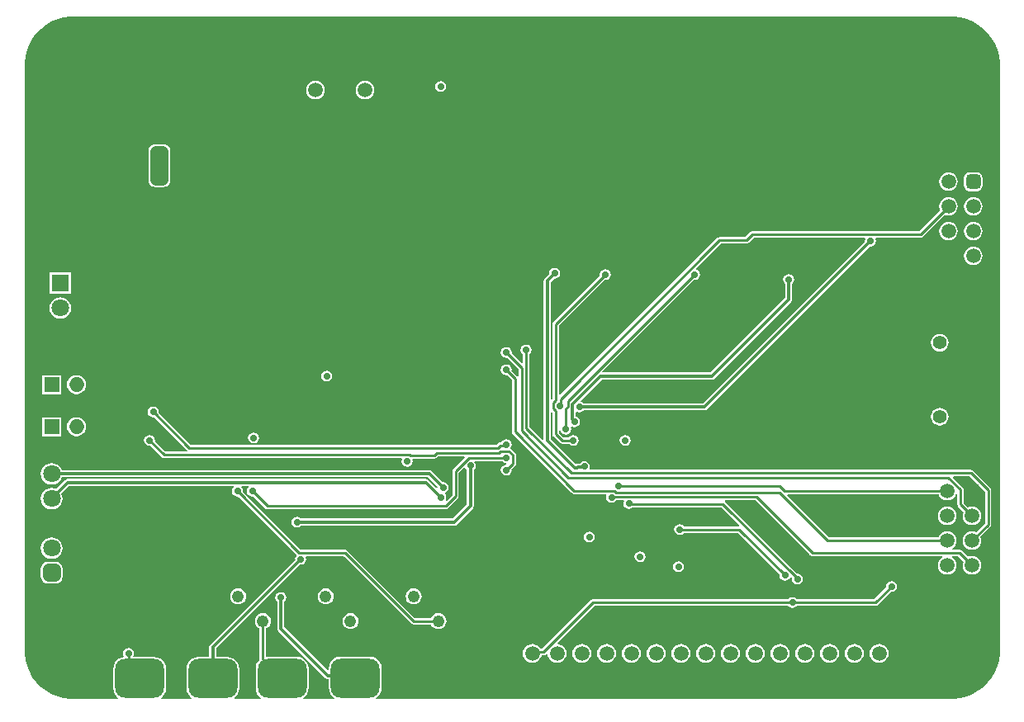
<source format=gbl>
G04*
G04 #@! TF.GenerationSoftware,Altium Limited,Altium Designer,24.1.2 (44)*
G04*
G04 Layer_Physical_Order=4*
G04 Layer_Color=16711680*
%FSLAX44Y44*%
%MOMM*%
G71*
G04*
G04 #@! TF.SameCoordinates,6BD88CD4-1E97-4B61-92EF-30D8DD190105*
G04*
G04*
G04 #@! TF.FilePolarity,Positive*
G04*
G01*
G75*
%ADD17C,0.2540*%
%ADD83C,0.3000*%
%ADD85C,1.5000*%
G04:AMPARAMS|DCode=86|XSize=1.5mm|YSize=1.5mm|CornerRadius=0.375mm|HoleSize=0mm|Usage=FLASHONLY|Rotation=270.000|XOffset=0mm|YOffset=0mm|HoleType=Round|Shape=RoundedRectangle|*
%AMROUNDEDRECTD86*
21,1,1.5000,0.7500,0,0,270.0*
21,1,0.7500,1.5000,0,0,270.0*
1,1,0.7500,-0.3750,-0.3750*
1,1,0.7500,-0.3750,0.3750*
1,1,0.7500,0.3750,0.3750*
1,1,0.7500,0.3750,-0.3750*
%
%ADD86ROUNDEDRECTD86*%
%ADD87R,1.2220X1.2220*%
%ADD88C,1.2220*%
%ADD89R,1.5400X1.5240*%
%ADD90O,1.5400X1.5240*%
%ADD91C,1.8000*%
%ADD92R,1.8000X1.8000*%
%ADD93C,1.4080*%
%ADD94C,7.0000*%
G04:AMPARAMS|DCode=95|XSize=4mm|YSize=1.8mm|CornerRadius=0.45mm|HoleSize=0mm|Usage=FLASHONLY|Rotation=90.000|XOffset=0mm|YOffset=0mm|HoleType=Round|Shape=RoundedRectangle|*
%AMROUNDEDRECTD95*
21,1,4.0000,0.9000,0,0,90.0*
21,1,3.1000,1.8000,0,0,90.0*
1,1,0.9000,0.4500,1.5500*
1,1,0.9000,0.4500,-1.5500*
1,1,0.9000,-0.4500,-1.5500*
1,1,0.9000,-0.4500,1.5500*
%
%ADD95ROUNDEDRECTD95*%
G04:AMPARAMS|DCode=96|XSize=4mm|YSize=1.8mm|CornerRadius=0.45mm|HoleSize=0mm|Usage=FLASHONLY|Rotation=180.000|XOffset=0mm|YOffset=0mm|HoleType=Round|Shape=RoundedRectangle|*
%AMROUNDEDRECTD96*
21,1,4.0000,0.9000,0,0,180.0*
21,1,3.1000,1.8000,0,0,180.0*
1,1,0.9000,-1.5500,0.4500*
1,1,0.9000,1.5500,0.4500*
1,1,0.9000,1.5500,-0.4500*
1,1,0.9000,-1.5500,-0.4500*
%
%ADD96ROUNDEDRECTD96*%
G04:AMPARAMS|DCode=97|XSize=1.8mm|YSize=1.8mm|CornerRadius=0.45mm|HoleSize=0mm|Usage=FLASHONLY|Rotation=180.000|XOffset=0mm|YOffset=0mm|HoleType=Round|Shape=RoundedRectangle|*
%AMROUNDEDRECTD97*
21,1,1.8000,0.9000,0,0,180.0*
21,1,0.9000,1.8000,0,0,180.0*
1,1,0.9000,-0.4500,0.4500*
1,1,0.9000,0.4500,0.4500*
1,1,0.9000,0.4500,-0.4500*
1,1,0.9000,-0.4500,-0.4500*
%
%ADD97ROUNDEDRECTD97*%
%ADD98C,1.5200*%
G04:AMPARAMS|DCode=99|XSize=1.52mm|YSize=1.52mm|CornerRadius=0.38mm|HoleSize=0mm|Usage=FLASHONLY|Rotation=0.000|XOffset=0mm|YOffset=0mm|HoleType=Round|Shape=RoundedRectangle|*
%AMROUNDEDRECTD99*
21,1,1.5200,0.7600,0,0,0.0*
21,1,0.7600,1.5200,0,0,0.0*
1,1,0.7600,0.3800,-0.3800*
1,1,0.7600,-0.3800,-0.3800*
1,1,0.7600,-0.3800,0.3800*
1,1,0.7600,0.3800,0.3800*
%
%ADD99ROUNDEDRECTD99*%
%ADD100C,0.7000*%
G04:AMPARAMS|DCode=101|XSize=5mm|YSize=4mm|CornerRadius=1mm|HoleSize=0mm|Usage=FLASHONLY|Rotation=0.000|XOffset=0mm|YOffset=0mm|HoleType=Round|Shape=RoundedRectangle|*
%AMROUNDEDRECTD101*
21,1,5.0000,2.0000,0,0,0.0*
21,1,3.0000,4.0000,0,0,0.0*
1,1,2.0000,1.5000,-1.0000*
1,1,2.0000,-1.5000,-1.0000*
1,1,2.0000,-1.5000,1.0000*
1,1,2.0000,1.5000,1.0000*
%
%ADD101ROUNDEDRECTD101*%
G36*
X950000Y700000D02*
X953277D01*
X959775Y699144D01*
X966106Y697448D01*
X972162Y694940D01*
X977838Y691663D01*
X983038Y687673D01*
X987673Y683038D01*
X991663Y677838D01*
X994940Y672162D01*
X997448Y666106D01*
X999144Y659775D01*
X1000000Y653277D01*
Y650000D01*
X1000000Y650000D01*
X1000000Y650000D01*
X1000000Y50000D01*
Y46723D01*
X999145Y40224D01*
X997448Y33893D01*
X994940Y27838D01*
X991663Y22162D01*
X987673Y16962D01*
X983038Y12327D01*
X977838Y8337D01*
X972162Y5060D01*
X966106Y2552D01*
X959775Y856D01*
X953277Y0D01*
X950000Y0D01*
X360610Y0D01*
X360423Y1270D01*
X362719Y3031D01*
X364642Y5538D01*
X365851Y8457D01*
X366264Y11590D01*
Y31590D01*
X365851Y34723D01*
X364642Y37642D01*
X362719Y40149D01*
X360212Y42072D01*
X357293Y43281D01*
X354160Y43693D01*
X324160D01*
X321027Y43281D01*
X318108Y42072D01*
X315602Y40149D01*
X313678Y37642D01*
X312469Y34723D01*
X312056Y31590D01*
Y29930D01*
X310883Y29444D01*
X266459Y73868D01*
Y99910D01*
X266855Y100175D01*
X268071Y101994D01*
X268498Y104140D01*
X268071Y106286D01*
X266855Y108105D01*
X265036Y109321D01*
X262890Y109748D01*
X260744Y109321D01*
X258925Y108105D01*
X257709Y106286D01*
X257282Y104140D01*
X257709Y101994D01*
X258925Y100175D01*
X259321Y99910D01*
Y72390D01*
X259593Y71024D01*
X260367Y69867D01*
X308894Y21339D01*
X310052Y20566D01*
X311417Y20294D01*
X312056D01*
Y11590D01*
X312469Y8457D01*
X313678Y5538D01*
X315602Y3031D01*
X317897Y1270D01*
X317710Y0D01*
X285610D01*
X285423Y1270D01*
X287719Y3031D01*
X289642Y5538D01*
X290851Y8457D01*
X291264Y11590D01*
Y31590D01*
X290851Y34723D01*
X289642Y37642D01*
X287719Y40149D01*
X285212Y42072D01*
X282293Y43281D01*
X279160Y43693D01*
X249160D01*
X248689Y43632D01*
X247734Y44469D01*
Y72603D01*
X248490Y72916D01*
X250184Y74216D01*
X251484Y75910D01*
X252301Y77883D01*
X252580Y80000D01*
X252301Y82117D01*
X251484Y84090D01*
X250184Y85784D01*
X248490Y87084D01*
X246517Y87901D01*
X244400Y88180D01*
X242283Y87901D01*
X240310Y87084D01*
X238616Y85784D01*
X237316Y84090D01*
X236499Y82117D01*
X236220Y80000D01*
X236499Y77883D01*
X237316Y75910D01*
X238616Y74216D01*
X240310Y72916D01*
X241066Y72603D01*
Y41075D01*
X241164Y40580D01*
X240602Y40149D01*
X238678Y37642D01*
X237469Y34723D01*
X237056Y31590D01*
Y11590D01*
X237469Y8457D01*
X238678Y5538D01*
X240602Y3031D01*
X242897Y1270D01*
X242710Y0D01*
X215552D01*
X215121Y1270D01*
X216668Y2457D01*
X218592Y4964D01*
X219801Y7883D01*
X220214Y11016D01*
Y31016D01*
X219801Y34149D01*
X218592Y37068D01*
X216668Y39574D01*
X214162Y41498D01*
X211243Y42707D01*
X208110Y43120D01*
X196679D01*
Y51932D01*
X282742Y137995D01*
X283210Y137902D01*
X285356Y138329D01*
X287175Y139545D01*
X288391Y141364D01*
X288818Y143510D01*
X288391Y145656D01*
X288277Y145826D01*
X288876Y146946D01*
X327129D01*
X396432Y77642D01*
X397514Y76920D01*
X398790Y76666D01*
X417053D01*
X417366Y75910D01*
X418666Y74216D01*
X420360Y72916D01*
X422333Y72099D01*
X424450Y71820D01*
X426567Y72099D01*
X428540Y72916D01*
X430234Y74216D01*
X431534Y75910D01*
X432351Y77883D01*
X432630Y80000D01*
X432351Y82117D01*
X431534Y84090D01*
X430234Y85784D01*
X428540Y87084D01*
X426567Y87901D01*
X424450Y88180D01*
X422333Y87901D01*
X420360Y87084D01*
X418666Y85784D01*
X417366Y84090D01*
X417053Y83334D01*
X400171D01*
X330868Y152638D01*
X329786Y153360D01*
X328510Y153614D01*
X282948D01*
X223947Y212615D01*
X224095Y213360D01*
X223668Y215506D01*
X222453Y217325D01*
X222324Y217411D01*
X222709Y218681D01*
X229458D01*
X229844Y217411D01*
X229715Y217325D01*
X228499Y215506D01*
X228072Y213360D01*
X228499Y211214D01*
X229715Y209395D01*
X231534Y208179D01*
X233680Y207752D01*
X234425Y207900D01*
X246562Y195763D01*
X247644Y195040D01*
X248920Y194786D01*
X431800D01*
X433076Y195040D01*
X434157Y195763D01*
X444318Y205922D01*
X445040Y207004D01*
X445294Y208280D01*
Y232373D01*
X450764Y237843D01*
X451979Y237474D01*
X452019Y237274D01*
X453235Y235455D01*
X453631Y235190D01*
Y199598D01*
X439212Y185179D01*
X283630D01*
X283365Y185575D01*
X281546Y186791D01*
X279400Y187218D01*
X277254Y186791D01*
X275435Y185575D01*
X274219Y183756D01*
X273792Y181610D01*
X274219Y179464D01*
X275435Y177645D01*
X277254Y176429D01*
X279400Y176002D01*
X281546Y176429D01*
X283365Y177645D01*
X283630Y178041D01*
X440690D01*
X442056Y178313D01*
X443213Y179087D01*
X459723Y195597D01*
X460497Y196754D01*
X460769Y198120D01*
Y235190D01*
X461165Y235455D01*
X462381Y237274D01*
X462808Y239420D01*
X462381Y241566D01*
X461392Y243046D01*
X461884Y244316D01*
X489643D01*
X490065Y243685D01*
X491884Y242469D01*
X493797Y242089D01*
X494256Y241366D01*
X494436Y240828D01*
X494205Y240523D01*
X494030Y240558D01*
X491884Y240131D01*
X490065Y238915D01*
X488849Y237096D01*
X488422Y234950D01*
X488849Y232804D01*
X490065Y230985D01*
X491884Y229769D01*
X494030Y229342D01*
X496176Y229769D01*
X497995Y230985D01*
X499211Y232804D01*
X499638Y234950D01*
X499490Y235695D01*
X503158Y239363D01*
X503880Y240444D01*
X504134Y241720D01*
Y250454D01*
X503880Y251730D01*
X503158Y252812D01*
X499192Y256777D01*
X498158Y257468D01*
X499211Y259044D01*
X499638Y261190D01*
X499211Y263336D01*
X497995Y265155D01*
X496176Y266371D01*
X494030Y266798D01*
X491884Y266371D01*
X490065Y265155D01*
X489073Y263671D01*
X487977D01*
X486701Y263417D01*
X485619Y262694D01*
X484069Y261144D01*
X235336D01*
X235210Y262414D01*
X235876Y262546D01*
X237096Y262789D01*
X238915Y264005D01*
X240131Y265824D01*
X240558Y267970D01*
X240131Y270116D01*
X238915Y271935D01*
X237096Y273151D01*
X234950Y273578D01*
X232804Y273151D01*
X230985Y271935D01*
X229769Y270116D01*
X229342Y267970D01*
X229769Y265824D01*
X230985Y264005D01*
X232804Y262789D01*
X234024Y262546D01*
X234690Y262414D01*
X234564Y261144D01*
X170291D01*
X137540Y293895D01*
X137688Y294640D01*
X137261Y296786D01*
X136045Y298605D01*
X134226Y299821D01*
X132080Y300248D01*
X129934Y299821D01*
X128115Y298605D01*
X126899Y296786D01*
X126472Y294640D01*
X126899Y292494D01*
X128115Y290675D01*
X129934Y289459D01*
X132080Y289032D01*
X132825Y289180D01*
X166553Y255452D01*
X166909Y255214D01*
X166524Y253944D01*
X144471D01*
X133730Y264685D01*
X133878Y265430D01*
X133451Y267576D01*
X132235Y269395D01*
X130416Y270611D01*
X128270Y271038D01*
X126124Y270611D01*
X124305Y269395D01*
X123089Y267576D01*
X122662Y265430D01*
X123089Y263284D01*
X124305Y261465D01*
X126124Y260249D01*
X128270Y259822D01*
X129015Y259970D01*
X140732Y248253D01*
X141814Y247530D01*
X143090Y247276D01*
X386764D01*
X387363Y246156D01*
X387249Y245986D01*
X386822Y243840D01*
X387249Y241694D01*
X388465Y239875D01*
X390284Y238659D01*
X392430Y238232D01*
X394576Y238659D01*
X396395Y239875D01*
X397611Y241694D01*
X398038Y243840D01*
X397690Y245586D01*
X398441Y246856D01*
X420370D01*
X421646Y247110D01*
X422728Y247833D01*
X423866Y248971D01*
X450802D01*
X451288Y247798D01*
X439603Y236112D01*
X438880Y235030D01*
X438626Y233754D01*
Y209661D01*
X432621Y203657D01*
X431635Y204466D01*
X431901Y204864D01*
X432328Y207010D01*
X431901Y209156D01*
X430936Y210601D01*
X431309Y211970D01*
X431406Y211989D01*
X433225Y213205D01*
X434441Y215024D01*
X434868Y217170D01*
X434441Y219316D01*
X433225Y221135D01*
X431406Y222351D01*
X429260Y222778D01*
X428792Y222685D01*
X417813Y233663D01*
X416656Y234437D01*
X415290Y234709D01*
X38368D01*
X37548Y236688D01*
X35785Y238985D01*
X33488Y240749D01*
X30812Y241857D01*
X27940Y242235D01*
X25068Y241857D01*
X22392Y240749D01*
X20095Y238985D01*
X18332Y236688D01*
X17223Y234012D01*
X16845Y231140D01*
X17223Y228268D01*
X18332Y225592D01*
X20095Y223295D01*
X22392Y221532D01*
X25068Y220423D01*
X27940Y220045D01*
X30812Y220423D01*
X33487Y221532D01*
X35785Y223295D01*
X37548Y225592D01*
X38368Y227571D01*
X413812D01*
X423379Y218004D01*
X423293Y217280D01*
X421959Y216818D01*
X414003Y224773D01*
X412846Y225547D01*
X411480Y225819D01*
X44450D01*
X43084Y225547D01*
X41927Y224773D01*
X32791Y215637D01*
X30812Y216457D01*
X27940Y216835D01*
X25068Y216457D01*
X22392Y215348D01*
X20095Y213585D01*
X18332Y211287D01*
X17223Y208612D01*
X16845Y205740D01*
X17223Y202868D01*
X18332Y200193D01*
X20095Y197895D01*
X22392Y196131D01*
X25068Y195023D01*
X27940Y194645D01*
X30812Y195023D01*
X33487Y196131D01*
X35785Y197895D01*
X37548Y200193D01*
X38657Y202868D01*
X39035Y205740D01*
X38657Y208612D01*
X37837Y210590D01*
X45928Y218681D01*
X214266D01*
X214651Y217411D01*
X214522Y217325D01*
X213307Y215506D01*
X212880Y213360D01*
X213307Y211214D01*
X214522Y209395D01*
X216341Y208179D01*
X218487Y207752D01*
X219232Y207900D01*
X278576Y148556D01*
X279116Y147683D01*
X278735Y146712D01*
X278029Y145656D01*
X277602Y143510D01*
X277695Y143042D01*
X190587Y55933D01*
X189813Y54776D01*
X189541Y53410D01*
Y43120D01*
X178110D01*
X174977Y42707D01*
X172058Y41498D01*
X169552Y39574D01*
X167628Y37068D01*
X166419Y34149D01*
X166006Y31016D01*
Y11016D01*
X166419Y7883D01*
X167628Y4964D01*
X169552Y2457D01*
X171099Y1270D01*
X170668Y0D01*
X140552D01*
X140121Y1270D01*
X141669Y2457D01*
X143592Y4964D01*
X144801Y7883D01*
X145214Y11016D01*
Y31016D01*
X144801Y34149D01*
X143592Y37068D01*
X141669Y39574D01*
X139162Y41498D01*
X136243Y42707D01*
X133110Y43120D01*
X112056D01*
X111457Y44240D01*
X111861Y44844D01*
X112288Y46990D01*
X111861Y49136D01*
X110645Y50955D01*
X108826Y52171D01*
X106680Y52598D01*
X104534Y52171D01*
X102715Y50955D01*
X101499Y49136D01*
X101072Y46990D01*
X101499Y44844D01*
X102020Y44064D01*
X101496Y42907D01*
X99977Y42707D01*
X97058Y41498D01*
X94551Y39574D01*
X92628Y37068D01*
X91419Y34149D01*
X91006Y31016D01*
Y11016D01*
X91419Y7883D01*
X92628Y4964D01*
X94551Y2457D01*
X96099Y1270D01*
X95668Y0D01*
X50000D01*
X46723D01*
X40224Y856D01*
X33893Y2552D01*
X27838Y5060D01*
X22162Y8337D01*
X16962Y12327D01*
X12327Y16962D01*
X8337Y22162D01*
X5060Y27838D01*
X2552Y33893D01*
X856Y40224D01*
X0Y46723D01*
X0Y50000D01*
X0Y650000D01*
Y653277D01*
X856Y659775D01*
X2552Y666106D01*
X5060Y672162D01*
X8337Y677838D01*
X12327Y683038D01*
X16962Y687673D01*
X22162Y691663D01*
X27838Y694940D01*
X33893Y697448D01*
X40224Y699144D01*
X46723Y700000D01*
X50000Y700000D01*
X50000Y700000D01*
X950000Y700000D01*
D02*
G37*
%LPC*%
G36*
X426720Y634258D02*
X424574Y633831D01*
X422755Y632615D01*
X421539Y630796D01*
X421112Y628650D01*
X421539Y626504D01*
X422755Y624685D01*
X424574Y623469D01*
X426720Y623042D01*
X428866Y623469D01*
X430685Y624685D01*
X431901Y626504D01*
X432328Y628650D01*
X431901Y630796D01*
X430685Y632615D01*
X428866Y633831D01*
X426720Y634258D01*
D02*
G37*
G36*
X349250Y634422D02*
X346770Y634095D01*
X344459Y633138D01*
X342475Y631615D01*
X340952Y629631D01*
X339995Y627320D01*
X339668Y624840D01*
X339995Y622360D01*
X340952Y620049D01*
X342475Y618064D01*
X344459Y616542D01*
X346770Y615584D01*
X349250Y615258D01*
X351730Y615584D01*
X354041Y616542D01*
X356025Y618064D01*
X357548Y620049D01*
X358506Y622360D01*
X358832Y624840D01*
X358506Y627320D01*
X357548Y629631D01*
X356025Y631615D01*
X354041Y633138D01*
X351730Y634095D01*
X349250Y634422D01*
D02*
G37*
G36*
X298450D02*
X295970Y634095D01*
X293659Y633138D01*
X291675Y631615D01*
X290152Y629631D01*
X289195Y627320D01*
X288868Y624840D01*
X289195Y622360D01*
X290152Y620049D01*
X291675Y618064D01*
X293659Y616542D01*
X295970Y615584D01*
X298450Y615258D01*
X300930Y615584D01*
X303241Y616542D01*
X305226Y618064D01*
X306748Y620049D01*
X307705Y622360D01*
X308032Y624840D01*
X307705Y627320D01*
X306748Y629631D01*
X305226Y631615D01*
X303241Y633138D01*
X300930Y634095D01*
X298450Y634422D01*
D02*
G37*
G36*
X142750Y569426D02*
X133750D01*
X132053Y569203D01*
X130472Y568548D01*
X129114Y567506D01*
X128072Y566148D01*
X127417Y564567D01*
X127194Y562870D01*
Y531870D01*
X127417Y530173D01*
X128072Y528592D01*
X129114Y527234D01*
X130472Y526192D01*
X132053Y525537D01*
X133750Y525314D01*
X142750D01*
X144447Y525537D01*
X146028Y526192D01*
X147386Y527234D01*
X148428Y528592D01*
X149083Y530173D01*
X149306Y531870D01*
Y562870D01*
X149083Y564567D01*
X148428Y566148D01*
X147386Y567506D01*
X146028Y568548D01*
X144447Y569203D01*
X142750Y569426D01*
D02*
G37*
G36*
X947420Y540442D02*
X944940Y540116D01*
X942629Y539158D01*
X940645Y537635D01*
X939122Y535651D01*
X938165Y533340D01*
X937838Y530860D01*
X938165Y528380D01*
X939122Y526069D01*
X940645Y524085D01*
X942629Y522562D01*
X944940Y521604D01*
X947420Y521278D01*
X949900Y521604D01*
X952211Y522562D01*
X954195Y524085D01*
X955718Y526069D01*
X956675Y528380D01*
X957002Y530860D01*
X956675Y533340D01*
X955718Y535651D01*
X954195Y537635D01*
X952211Y539158D01*
X949900Y540116D01*
X947420Y540442D01*
D02*
G37*
G36*
X976570Y540473D02*
X969070D01*
X966826Y540026D01*
X964924Y538755D01*
X963654Y536853D01*
X963207Y534610D01*
Y527110D01*
X963654Y524866D01*
X964924Y522965D01*
X966826Y521694D01*
X969070Y521247D01*
X976570D01*
X978813Y521694D01*
X980715Y522965D01*
X981986Y524866D01*
X982433Y527110D01*
Y534610D01*
X981986Y536853D01*
X980715Y538755D01*
X978813Y540026D01*
X976570Y540473D01*
D02*
G37*
G36*
X972820Y515042D02*
X970340Y514715D01*
X968029Y513758D01*
X966044Y512235D01*
X964522Y510251D01*
X963565Y507940D01*
X963238Y505460D01*
X963565Y502980D01*
X964522Y500669D01*
X966044Y498685D01*
X968029Y497162D01*
X970340Y496204D01*
X972820Y495878D01*
X975300Y496204D01*
X977611Y497162D01*
X979595Y498685D01*
X981118Y500669D01*
X982076Y502980D01*
X982402Y505460D01*
X982076Y507940D01*
X981118Y510251D01*
X979595Y512235D01*
X977611Y513758D01*
X975300Y514715D01*
X972820Y515042D01*
D02*
G37*
G36*
X947420D02*
X944940Y514715D01*
X942629Y513758D01*
X940645Y512235D01*
X939122Y510251D01*
X938165Y507940D01*
X937838Y505460D01*
X938165Y502980D01*
X938768Y501523D01*
X917249Y480004D01*
X746244D01*
X744968Y479750D01*
X743887Y479027D01*
X738938Y474079D01*
X712631D01*
X711355Y473825D01*
X710273Y473103D01*
X549337Y312167D01*
X548164Y312653D01*
Y383429D01*
X594885Y430150D01*
X595630Y430002D01*
X597776Y430429D01*
X599595Y431645D01*
X600811Y433464D01*
X601238Y435610D01*
X600811Y437756D01*
X599595Y439575D01*
X597776Y440791D01*
X595630Y441218D01*
X593484Y440791D01*
X591665Y439575D01*
X590449Y437756D01*
X590022Y435610D01*
X590170Y434865D01*
X542472Y387168D01*
X541750Y386086D01*
X541496Y384810D01*
Y308360D01*
X540684Y307715D01*
X539509Y308231D01*
Y427782D01*
X543092Y431365D01*
X543560Y431272D01*
X545706Y431699D01*
X547525Y432915D01*
X548741Y434734D01*
X549168Y436880D01*
X548741Y439026D01*
X547525Y440845D01*
X545706Y442061D01*
X543560Y442488D01*
X541414Y442061D01*
X539595Y440845D01*
X538379Y439026D01*
X537952Y436880D01*
X538045Y436412D01*
X533417Y431783D01*
X532643Y430626D01*
X532371Y429260D01*
Y266620D01*
X531101Y266094D01*
X517684Y279511D01*
Y353753D01*
X518315Y354175D01*
X519531Y355994D01*
X519958Y358140D01*
X519531Y360286D01*
X518315Y362105D01*
X516496Y363321D01*
X514350Y363748D01*
X512204Y363321D01*
X510385Y362105D01*
X509169Y360286D01*
X508742Y358140D01*
X509169Y355994D01*
X510385Y354175D01*
X511016Y353753D01*
Y344989D01*
X509843Y344502D01*
X499490Y354855D01*
X499638Y355600D01*
X499211Y357746D01*
X497995Y359565D01*
X496176Y360781D01*
X494030Y361208D01*
X491884Y360781D01*
X490065Y359565D01*
X488849Y357746D01*
X488422Y355600D01*
X488849Y353454D01*
X490065Y351635D01*
X491884Y350419D01*
X494030Y349992D01*
X494775Y350140D01*
X506476Y338439D01*
Y331780D01*
X505511Y331383D01*
X505206Y331359D01*
X499490Y337075D01*
X499638Y337820D01*
X499211Y339966D01*
X497995Y341785D01*
X496176Y343001D01*
X494030Y343428D01*
X491884Y343001D01*
X490065Y341785D01*
X488849Y339966D01*
X488422Y337820D01*
X488849Y335674D01*
X490065Y333855D01*
X491884Y332639D01*
X494030Y332212D01*
X494775Y332360D01*
X499586Y327549D01*
Y274320D01*
X499840Y273044D01*
X500563Y271963D01*
X561102Y211423D01*
X562184Y210700D01*
X563460Y210446D01*
X596314D01*
X596913Y209326D01*
X596799Y209156D01*
X596372Y207010D01*
X596799Y204864D01*
X598015Y203045D01*
X599834Y201829D01*
X601980Y201402D01*
X604126Y201829D01*
X605945Y203045D01*
X606710Y204189D01*
X614097D01*
X614696Y203069D01*
X614582Y202899D01*
X614155Y200753D01*
X614582Y198607D01*
X615798Y196788D01*
X617617Y195572D01*
X619763Y195145D01*
X621909Y195572D01*
X623728Y196788D01*
X623807Y196906D01*
X714733D01*
X733077Y178562D01*
X732941Y177975D01*
X732519Y177324D01*
X676217D01*
X675795Y177955D01*
X673976Y179171D01*
X671830Y179598D01*
X669684Y179171D01*
X667865Y177955D01*
X666649Y176136D01*
X666222Y173990D01*
X666649Y171844D01*
X667865Y170025D01*
X669684Y168809D01*
X671830Y168382D01*
X673976Y168809D01*
X675795Y170025D01*
X676217Y170656D01*
X731409D01*
X774320Y127745D01*
X774172Y127000D01*
X774599Y124854D01*
X775815Y123035D01*
X777634Y121819D01*
X779780Y121392D01*
X781926Y121819D01*
X783745Y123035D01*
X784961Y124854D01*
X785001Y125054D01*
X786216Y125423D01*
X787134Y124505D01*
X786872Y123190D01*
X787299Y121044D01*
X788515Y119225D01*
X790334Y118009D01*
X792480Y117582D01*
X794626Y118009D01*
X796445Y119225D01*
X797661Y121044D01*
X798088Y123190D01*
X797661Y125336D01*
X796445Y127155D01*
X794626Y128371D01*
X792480Y128798D01*
X792306Y128763D01*
X718472Y202598D01*
X717991Y202919D01*
X718376Y204189D01*
X749290D01*
X805977Y147502D01*
X807058Y146780D01*
X808334Y146526D01*
X940767D01*
X940840Y146395D01*
X941095Y145256D01*
X939375Y143935D01*
X937852Y141951D01*
X936895Y139640D01*
X936568Y137160D01*
X936895Y134680D01*
X937852Y132369D01*
X939375Y130385D01*
X941359Y128862D01*
X943670Y127905D01*
X946150Y127578D01*
X948630Y127905D01*
X950941Y128862D01*
X952925Y130385D01*
X954448Y132369D01*
X955406Y134680D01*
X955732Y137160D01*
X955406Y139640D01*
X954448Y141951D01*
X952925Y143935D01*
X951205Y145256D01*
X951460Y146395D01*
X951533Y146526D01*
X957469D01*
X962898Y141097D01*
X962294Y139640D01*
X961968Y137160D01*
X962294Y134680D01*
X963252Y132369D01*
X964774Y130385D01*
X966759Y128862D01*
X969070Y127905D01*
X971550Y127578D01*
X974030Y127905D01*
X976341Y128862D01*
X978325Y130385D01*
X979848Y132369D01*
X980806Y134680D01*
X981132Y137160D01*
X980806Y139640D01*
X979848Y141951D01*
X978325Y143935D01*
X976341Y145458D01*
X974030Y146416D01*
X971550Y146742D01*
X969070Y146416D01*
X967613Y145812D01*
X961208Y152218D01*
X960126Y152940D01*
X958850Y153194D01*
X951533D01*
X951460Y153325D01*
X951205Y154464D01*
X952925Y155785D01*
X954448Y157769D01*
X955406Y160080D01*
X955732Y162560D01*
X955406Y165040D01*
X954448Y167351D01*
X952925Y169335D01*
X950941Y170858D01*
X948630Y171815D01*
X946150Y172142D01*
X943670Y171815D01*
X941359Y170858D01*
X939375Y169335D01*
X937852Y167351D01*
X937248Y165894D01*
X825093D01*
X782134Y208853D01*
X782620Y210026D01*
X937248D01*
X937852Y208569D01*
X939375Y206585D01*
X941359Y205062D01*
X943670Y204104D01*
X946150Y203778D01*
X948630Y204104D01*
X950941Y205062D01*
X952925Y206585D01*
X954448Y208569D01*
X955284Y210588D01*
X956554Y210335D01*
Y199622D01*
X956808Y198346D01*
X957531Y197264D01*
X962898Y191897D01*
X962294Y190440D01*
X961968Y187960D01*
X962294Y185480D01*
X963252Y183169D01*
X964774Y181185D01*
X966759Y179662D01*
X969070Y178704D01*
X971550Y178378D01*
X974030Y178704D01*
X976341Y179662D01*
X978325Y181185D01*
X979848Y183169D01*
X980806Y185480D01*
X981132Y187960D01*
X980806Y190440D01*
X979848Y192751D01*
X978325Y194735D01*
X976341Y196258D01*
X974030Y197215D01*
X971550Y197542D01*
X969070Y197215D01*
X967613Y196612D01*
X963223Y201003D01*
Y214853D01*
X962969Y216129D01*
X962246Y217210D01*
X952058Y227398D01*
X952544Y228571D01*
X969052D01*
X984726Y212897D01*
Y180451D01*
X975487Y171212D01*
X974030Y171815D01*
X971550Y172142D01*
X969070Y171815D01*
X966759Y170858D01*
X964774Y169335D01*
X963252Y167351D01*
X962294Y165040D01*
X961968Y162560D01*
X962294Y160080D01*
X963252Y157769D01*
X964774Y155785D01*
X966759Y154262D01*
X969070Y153305D01*
X971550Y152978D01*
X974030Y153305D01*
X976341Y154262D01*
X978325Y155785D01*
X979848Y157769D01*
X980806Y160080D01*
X981132Y162560D01*
X980806Y165040D01*
X980202Y166497D01*
X990417Y176712D01*
X991140Y177794D01*
X991394Y179070D01*
Y214278D01*
X991140Y215554D01*
X990417Y216635D01*
X972790Y234263D01*
X971708Y234986D01*
X970433Y235239D01*
X579706D01*
X579107Y236359D01*
X579221Y236529D01*
X579648Y238675D01*
X579221Y240821D01*
X578005Y242640D01*
X576186Y243856D01*
X574040Y244283D01*
X571894Y243856D01*
X570075Y242640D01*
X569298Y241479D01*
X567300D01*
X565934Y241207D01*
X565712Y241059D01*
X565358D01*
X539509Y266908D01*
Y293749D01*
X540684Y294265D01*
X541496Y293620D01*
Y271780D01*
X541750Y270504D01*
X542472Y269422D01*
X548822Y263072D01*
X549904Y262350D01*
X551180Y262096D01*
X558223D01*
X558645Y261465D01*
X560464Y260249D01*
X562610Y259822D01*
X564756Y260249D01*
X566575Y261465D01*
X567791Y263284D01*
X568218Y265430D01*
X567791Y267576D01*
X566575Y269395D01*
X564756Y270611D01*
X562610Y271038D01*
X560464Y270611D01*
X558645Y269395D01*
X558223Y268764D01*
X552561D01*
X548164Y273161D01*
Y275969D01*
X548245Y276066D01*
X549092Y275982D01*
X549607Y275728D01*
X549809Y274714D01*
X551025Y272895D01*
X552844Y271679D01*
X554990Y271252D01*
X557136Y271679D01*
X558955Y272895D01*
X560171Y274714D01*
X560598Y276860D01*
X560214Y278787D01*
X560737Y279333D01*
X561244Y279627D01*
X561734Y279299D01*
X563880Y278872D01*
X566026Y279299D01*
X567845Y280515D01*
X569061Y282334D01*
X569488Y284480D01*
X569061Y286626D01*
X567845Y288445D01*
X566026Y289661D01*
X565529Y289760D01*
Y294051D01*
X566649Y294650D01*
X566814Y294539D01*
X568960Y294112D01*
X571106Y294539D01*
X572925Y295755D01*
X573190Y296151D01*
X697230D01*
X698596Y296423D01*
X699753Y297197D01*
X866942Y464385D01*
X867410Y464292D01*
X869556Y464719D01*
X871375Y465935D01*
X872591Y467754D01*
X873018Y469900D01*
X872591Y472046D01*
X872477Y472216D01*
X873076Y473336D01*
X918630D01*
X919906Y473590D01*
X920987Y474313D01*
X943483Y496808D01*
X944940Y496204D01*
X947420Y495878D01*
X949900Y496204D01*
X952211Y497162D01*
X954195Y498685D01*
X955718Y500669D01*
X956675Y502980D01*
X957002Y505460D01*
X956675Y507940D01*
X955718Y510251D01*
X954195Y512235D01*
X952211Y513758D01*
X949900Y514715D01*
X947420Y515042D01*
D02*
G37*
G36*
X972820Y489642D02*
X970340Y489315D01*
X968029Y488358D01*
X966044Y486835D01*
X964522Y484851D01*
X963565Y482540D01*
X963238Y480060D01*
X963565Y477580D01*
X964522Y475269D01*
X966044Y473284D01*
X968029Y471762D01*
X970340Y470804D01*
X972820Y470478D01*
X975300Y470804D01*
X977611Y471762D01*
X979595Y473284D01*
X981118Y475269D01*
X982076Y477580D01*
X982402Y480060D01*
X982076Y482540D01*
X981118Y484851D01*
X979595Y486835D01*
X977611Y488358D01*
X975300Y489315D01*
X972820Y489642D01*
D02*
G37*
G36*
X947420D02*
X944940Y489315D01*
X942629Y488358D01*
X940645Y486835D01*
X939122Y484851D01*
X938165Y482540D01*
X937838Y480060D01*
X938165Y477580D01*
X939122Y475269D01*
X940645Y473284D01*
X942629Y471762D01*
X944940Y470804D01*
X947420Y470478D01*
X949900Y470804D01*
X952211Y471762D01*
X954195Y473284D01*
X955718Y475269D01*
X956675Y477580D01*
X957002Y480060D01*
X956675Y482540D01*
X955718Y484851D01*
X954195Y486835D01*
X952211Y488358D01*
X949900Y489315D01*
X947420Y489642D01*
D02*
G37*
G36*
X972820Y464242D02*
X970340Y463915D01*
X968029Y462958D01*
X966044Y461435D01*
X964522Y459451D01*
X963565Y457140D01*
X963238Y454660D01*
X963565Y452180D01*
X964522Y449869D01*
X966044Y447884D01*
X968029Y446362D01*
X970340Y445405D01*
X972820Y445078D01*
X975300Y445405D01*
X977611Y446362D01*
X979595Y447884D01*
X981118Y449869D01*
X982076Y452180D01*
X982402Y454660D01*
X982076Y457140D01*
X981118Y459451D01*
X979595Y461435D01*
X977611Y462958D01*
X975300Y463915D01*
X972820Y464242D01*
D02*
G37*
G36*
X47830Y437720D02*
X25830D01*
Y415720D01*
X47830D01*
Y437720D01*
D02*
G37*
G36*
X36830Y412415D02*
X33958Y412037D01*
X31282Y410928D01*
X28985Y409165D01*
X27222Y406867D01*
X26113Y404192D01*
X25735Y401320D01*
X26113Y398448D01*
X27222Y395773D01*
X28985Y393475D01*
X31282Y391712D01*
X33958Y390603D01*
X36830Y390225D01*
X39702Y390603D01*
X42378Y391712D01*
X44675Y393475D01*
X46438Y395773D01*
X47547Y398448D01*
X47925Y401320D01*
X47547Y404192D01*
X46438Y406867D01*
X44675Y409165D01*
X42378Y410928D01*
X39702Y412037D01*
X36830Y412415D01*
D02*
G37*
G36*
X938530Y374778D02*
X936170Y374467D01*
X933971Y373556D01*
X932083Y372107D01*
X930634Y370219D01*
X929723Y368020D01*
X929412Y365660D01*
X929723Y363300D01*
X930634Y361101D01*
X932083Y359213D01*
X933971Y357764D01*
X936170Y356853D01*
X938530Y356542D01*
X940890Y356853D01*
X943089Y357764D01*
X944977Y359213D01*
X946426Y361101D01*
X947337Y363300D01*
X947648Y365660D01*
X947337Y368020D01*
X946426Y370219D01*
X944977Y372107D01*
X943089Y373556D01*
X940890Y374467D01*
X938530Y374778D01*
D02*
G37*
G36*
X309880Y337078D02*
X307734Y336651D01*
X305915Y335435D01*
X304699Y333616D01*
X304272Y331470D01*
X304699Y329324D01*
X305915Y327505D01*
X307734Y326289D01*
X309880Y325862D01*
X312026Y326289D01*
X313845Y327505D01*
X315061Y329324D01*
X315488Y331470D01*
X315061Y333616D01*
X313845Y335435D01*
X312026Y336651D01*
X309880Y337078D01*
D02*
G37*
G36*
X37640Y332200D02*
X18240D01*
Y312960D01*
X37640D01*
Y332200D01*
D02*
G37*
G36*
X53420Y332283D02*
X53260D01*
X50749Y331952D01*
X48408Y330983D01*
X46399Y329441D01*
X44857Y327431D01*
X43888Y325091D01*
X43557Y322580D01*
X43888Y320069D01*
X44857Y317729D01*
X46399Y315719D01*
X48408Y314177D01*
X50749Y313208D01*
X53260Y312877D01*
X53420D01*
X55931Y313208D01*
X58271Y314177D01*
X60281Y315719D01*
X61823Y317729D01*
X62792Y320069D01*
X63123Y322580D01*
X62792Y325091D01*
X61823Y327431D01*
X60281Y329441D01*
X58271Y330983D01*
X55931Y331952D01*
X53420Y332283D01*
D02*
G37*
G36*
X938530Y298778D02*
X936170Y298467D01*
X933971Y297556D01*
X932083Y296107D01*
X930634Y294219D01*
X929723Y292020D01*
X929412Y289660D01*
X929723Y287300D01*
X930634Y285101D01*
X932083Y283213D01*
X933971Y281764D01*
X936170Y280853D01*
X938530Y280542D01*
X940890Y280853D01*
X943089Y281764D01*
X944977Y283213D01*
X946426Y285101D01*
X947337Y287300D01*
X947648Y289660D01*
X947337Y292020D01*
X946426Y294219D01*
X944977Y296107D01*
X943089Y297556D01*
X940890Y298467D01*
X938530Y298778D01*
D02*
G37*
G36*
X37640Y289020D02*
X18240D01*
Y269780D01*
X37640D01*
Y289020D01*
D02*
G37*
G36*
X53420Y289103D02*
X53260D01*
X50749Y288772D01*
X48408Y287803D01*
X46399Y286261D01*
X44857Y284251D01*
X43888Y281911D01*
X43557Y279400D01*
X43888Y276889D01*
X44857Y274548D01*
X46399Y272539D01*
X48408Y270997D01*
X50749Y270028D01*
X53260Y269697D01*
X53420D01*
X55931Y270028D01*
X58271Y270997D01*
X60281Y272539D01*
X61823Y274548D01*
X62792Y276889D01*
X63123Y279400D01*
X62792Y281911D01*
X61823Y284251D01*
X60281Y286261D01*
X58271Y287803D01*
X55931Y288772D01*
X53420Y289103D01*
D02*
G37*
G36*
X615950Y271038D02*
X613804Y270611D01*
X611985Y269395D01*
X610769Y267576D01*
X610342Y265430D01*
X610769Y263284D01*
X611985Y261465D01*
X613804Y260249D01*
X615950Y259822D01*
X618096Y260249D01*
X619915Y261465D01*
X621131Y263284D01*
X621558Y265430D01*
X621131Y267576D01*
X619915Y269395D01*
X618096Y270611D01*
X615950Y271038D01*
D02*
G37*
G36*
X946150Y197542D02*
X943670Y197215D01*
X941359Y196258D01*
X939375Y194735D01*
X937852Y192751D01*
X936895Y190440D01*
X936568Y187960D01*
X936895Y185480D01*
X937852Y183169D01*
X939375Y181185D01*
X941359Y179662D01*
X943670Y178704D01*
X946150Y178378D01*
X948630Y178704D01*
X950941Y179662D01*
X952925Y181185D01*
X954448Y183169D01*
X955406Y185480D01*
X955732Y187960D01*
X955406Y190440D01*
X954448Y192751D01*
X952925Y194735D01*
X950941Y196258D01*
X948630Y197215D01*
X946150Y197542D01*
D02*
G37*
G36*
X579120Y171978D02*
X576974Y171551D01*
X575155Y170335D01*
X573939Y168516D01*
X573512Y166370D01*
X573939Y164224D01*
X575155Y162405D01*
X576974Y161189D01*
X579120Y160762D01*
X581266Y161189D01*
X583085Y162405D01*
X584301Y164224D01*
X584728Y166370D01*
X584301Y168516D01*
X583085Y170335D01*
X581266Y171551D01*
X579120Y171978D01*
D02*
G37*
G36*
X27940Y166035D02*
X25068Y165657D01*
X22392Y164548D01*
X20095Y162785D01*
X18332Y160487D01*
X17223Y157812D01*
X16845Y154940D01*
X17223Y152068D01*
X18332Y149392D01*
X20095Y147095D01*
X22392Y145331D01*
X25068Y144223D01*
X27940Y143845D01*
X30812Y144223D01*
X33487Y145331D01*
X35785Y147095D01*
X37548Y149392D01*
X38657Y152068D01*
X39035Y154940D01*
X38657Y157812D01*
X37548Y160487D01*
X35785Y162785D01*
X33488Y164548D01*
X30812Y165657D01*
X27940Y166035D01*
D02*
G37*
G36*
X631190Y151658D02*
X629044Y151231D01*
X627225Y150015D01*
X626009Y148196D01*
X625582Y146050D01*
X626009Y143904D01*
X627225Y142085D01*
X629044Y140869D01*
X631190Y140442D01*
X633336Y140869D01*
X635155Y142085D01*
X636371Y143904D01*
X636798Y146050D01*
X636371Y148196D01*
X635155Y150015D01*
X633336Y151231D01*
X631190Y151658D01*
D02*
G37*
G36*
X670560Y141498D02*
X668414Y141071D01*
X666595Y139855D01*
X665379Y138036D01*
X664952Y135890D01*
X665379Y133744D01*
X666595Y131925D01*
X668414Y130709D01*
X670560Y130282D01*
X672706Y130709D01*
X674525Y131925D01*
X675741Y133744D01*
X676168Y135890D01*
X675741Y138036D01*
X674525Y139855D01*
X672706Y141071D01*
X670560Y141498D01*
D02*
G37*
G36*
X32440Y140596D02*
X23440D01*
X21743Y140373D01*
X20162Y139718D01*
X18804Y138676D01*
X17762Y137318D01*
X17107Y135737D01*
X16884Y134040D01*
Y125040D01*
X17107Y123343D01*
X17762Y121762D01*
X18804Y120404D01*
X20162Y119362D01*
X21743Y118707D01*
X23440Y118484D01*
X32440D01*
X34137Y118707D01*
X35718Y119362D01*
X37076Y120404D01*
X38118Y121762D01*
X38773Y123343D01*
X38996Y125040D01*
Y134040D01*
X38773Y135737D01*
X38118Y137318D01*
X37076Y138676D01*
X35718Y139718D01*
X34137Y140373D01*
X32440Y140596D01*
D02*
G37*
G36*
X889000Y121178D02*
X886854Y120751D01*
X885035Y119535D01*
X883819Y117716D01*
X883392Y115570D01*
X883540Y114825D01*
X871109Y102394D01*
X791787D01*
X791365Y103025D01*
X789546Y104241D01*
X787400Y104668D01*
X785254Y104241D01*
X783435Y103025D01*
X783013Y102394D01*
X582798D01*
X581522Y102140D01*
X580440Y101418D01*
X530729Y51707D01*
X529137D01*
X529086Y51831D01*
X527547Y53837D01*
X525541Y55376D01*
X523206Y56343D01*
X520700Y56673D01*
X518194Y56343D01*
X515859Y55376D01*
X513853Y53837D01*
X512314Y51831D01*
X511347Y49496D01*
X511017Y46990D01*
X511347Y44484D01*
X512314Y42149D01*
X513853Y40143D01*
X515859Y38604D01*
X518194Y37637D01*
X520700Y37307D01*
X523206Y37637D01*
X525541Y38604D01*
X527547Y40143D01*
X529086Y42149D01*
X530053Y44484D01*
X530126Y45038D01*
X532110D01*
X533386Y45292D01*
X534468Y46015D01*
X535172Y46719D01*
X536513Y46264D01*
X536747Y44484D01*
X537714Y42149D01*
X539253Y40143D01*
X541259Y38604D01*
X543594Y37637D01*
X546100Y37307D01*
X548606Y37637D01*
X550941Y38604D01*
X552947Y40143D01*
X554486Y42149D01*
X555453Y44484D01*
X555783Y46990D01*
X555453Y49496D01*
X554486Y51831D01*
X552947Y53837D01*
X550941Y55376D01*
X548606Y56343D01*
X546826Y56577D01*
X546371Y57918D01*
X584179Y95726D01*
X783013D01*
X783435Y95095D01*
X785254Y93879D01*
X787400Y93452D01*
X789546Y93879D01*
X791365Y95095D01*
X791787Y95726D01*
X872490D01*
X873766Y95980D01*
X874847Y96702D01*
X888255Y110110D01*
X889000Y109962D01*
X891146Y110389D01*
X892965Y111605D01*
X894181Y113424D01*
X894608Y115570D01*
X894181Y117716D01*
X892965Y119535D01*
X891146Y120751D01*
X889000Y121178D01*
D02*
G37*
G36*
X399050Y113580D02*
X396933Y113301D01*
X394960Y112484D01*
X393266Y111184D01*
X391966Y109490D01*
X391149Y107517D01*
X390870Y105400D01*
X391149Y103283D01*
X391966Y101310D01*
X393266Y99616D01*
X394960Y98316D01*
X396933Y97499D01*
X399050Y97220D01*
X401167Y97499D01*
X403140Y98316D01*
X404834Y99616D01*
X406134Y101310D01*
X406951Y103283D01*
X407230Y105400D01*
X406951Y107517D01*
X406134Y109490D01*
X404834Y111184D01*
X403140Y112484D01*
X401167Y113301D01*
X399050Y113580D01*
D02*
G37*
G36*
X309000D02*
X306883Y113301D01*
X304910Y112484D01*
X303216Y111184D01*
X301916Y109490D01*
X301099Y107517D01*
X300820Y105400D01*
X301099Y103283D01*
X301916Y101310D01*
X303216Y99616D01*
X304910Y98316D01*
X306883Y97499D01*
X309000Y97220D01*
X311117Y97499D01*
X313090Y98316D01*
X314784Y99616D01*
X316084Y101310D01*
X316901Y103283D01*
X317180Y105400D01*
X316901Y107517D01*
X316084Y109490D01*
X314784Y111184D01*
X313090Y112484D01*
X311117Y113301D01*
X309000Y113580D01*
D02*
G37*
G36*
X219000D02*
X216883Y113301D01*
X214910Y112484D01*
X213216Y111184D01*
X211916Y109490D01*
X211099Y107517D01*
X210820Y105400D01*
X211099Y103283D01*
X211916Y101310D01*
X213216Y99616D01*
X214910Y98316D01*
X216883Y97499D01*
X219000Y97220D01*
X221117Y97499D01*
X223090Y98316D01*
X224784Y99616D01*
X226084Y101310D01*
X226901Y103283D01*
X227180Y105400D01*
X226901Y107517D01*
X226084Y109490D01*
X224784Y111184D01*
X223090Y112484D01*
X221117Y113301D01*
X219000Y113580D01*
D02*
G37*
G36*
X334400Y88180D02*
X332283Y87901D01*
X330310Y87084D01*
X328616Y85784D01*
X327316Y84090D01*
X326499Y82117D01*
X326220Y80000D01*
X326499Y77883D01*
X327316Y75910D01*
X328616Y74216D01*
X330310Y72916D01*
X332283Y72099D01*
X334400Y71820D01*
X336517Y72099D01*
X338490Y72916D01*
X340184Y74216D01*
X341484Y75910D01*
X342301Y77883D01*
X342580Y80000D01*
X342301Y82117D01*
X341484Y84090D01*
X340184Y85784D01*
X338490Y87084D01*
X336517Y87901D01*
X334400Y88180D01*
D02*
G37*
G36*
X876300Y56673D02*
X873794Y56343D01*
X871459Y55376D01*
X869453Y53837D01*
X867914Y51831D01*
X866947Y49496D01*
X866617Y46990D01*
X866947Y44484D01*
X867914Y42149D01*
X869453Y40143D01*
X871459Y38604D01*
X873794Y37637D01*
X876300Y37307D01*
X878806Y37637D01*
X881141Y38604D01*
X883147Y40143D01*
X884686Y42149D01*
X885653Y44484D01*
X885983Y46990D01*
X885653Y49496D01*
X884686Y51831D01*
X883147Y53837D01*
X881141Y55376D01*
X878806Y56343D01*
X876300Y56673D01*
D02*
G37*
G36*
X850900D02*
X848394Y56343D01*
X846059Y55376D01*
X844053Y53837D01*
X842514Y51831D01*
X841547Y49496D01*
X841217Y46990D01*
X841547Y44484D01*
X842514Y42149D01*
X844053Y40143D01*
X846059Y38604D01*
X848394Y37637D01*
X850900Y37307D01*
X853406Y37637D01*
X855741Y38604D01*
X857747Y40143D01*
X859286Y42149D01*
X860253Y44484D01*
X860583Y46990D01*
X860253Y49496D01*
X859286Y51831D01*
X857747Y53837D01*
X855741Y55376D01*
X853406Y56343D01*
X850900Y56673D01*
D02*
G37*
G36*
X825500D02*
X822994Y56343D01*
X820659Y55376D01*
X818653Y53837D01*
X817114Y51831D01*
X816147Y49496D01*
X815817Y46990D01*
X816147Y44484D01*
X817114Y42149D01*
X818653Y40143D01*
X820659Y38604D01*
X822994Y37637D01*
X825500Y37307D01*
X828006Y37637D01*
X830341Y38604D01*
X832347Y40143D01*
X833886Y42149D01*
X834853Y44484D01*
X835183Y46990D01*
X834853Y49496D01*
X833886Y51831D01*
X832347Y53837D01*
X830341Y55376D01*
X828006Y56343D01*
X825500Y56673D01*
D02*
G37*
G36*
X800100D02*
X797594Y56343D01*
X795259Y55376D01*
X793253Y53837D01*
X791714Y51831D01*
X790747Y49496D01*
X790417Y46990D01*
X790747Y44484D01*
X791714Y42149D01*
X793253Y40143D01*
X795259Y38604D01*
X797594Y37637D01*
X800100Y37307D01*
X802606Y37637D01*
X804941Y38604D01*
X806947Y40143D01*
X808486Y42149D01*
X809453Y44484D01*
X809783Y46990D01*
X809453Y49496D01*
X808486Y51831D01*
X806947Y53837D01*
X804941Y55376D01*
X802606Y56343D01*
X800100Y56673D01*
D02*
G37*
G36*
X774700D02*
X772194Y56343D01*
X769859Y55376D01*
X767853Y53837D01*
X766314Y51831D01*
X765347Y49496D01*
X765017Y46990D01*
X765347Y44484D01*
X766314Y42149D01*
X767853Y40143D01*
X769859Y38604D01*
X772194Y37637D01*
X774700Y37307D01*
X777206Y37637D01*
X779541Y38604D01*
X781547Y40143D01*
X783086Y42149D01*
X784053Y44484D01*
X784383Y46990D01*
X784053Y49496D01*
X783086Y51831D01*
X781547Y53837D01*
X779541Y55376D01*
X777206Y56343D01*
X774700Y56673D01*
D02*
G37*
G36*
X749300D02*
X746794Y56343D01*
X744459Y55376D01*
X742453Y53837D01*
X740914Y51831D01*
X739947Y49496D01*
X739617Y46990D01*
X739947Y44484D01*
X740914Y42149D01*
X742453Y40143D01*
X744459Y38604D01*
X746794Y37637D01*
X749300Y37307D01*
X751806Y37637D01*
X754141Y38604D01*
X756147Y40143D01*
X757686Y42149D01*
X758653Y44484D01*
X758983Y46990D01*
X758653Y49496D01*
X757686Y51831D01*
X756147Y53837D01*
X754141Y55376D01*
X751806Y56343D01*
X749300Y56673D01*
D02*
G37*
G36*
X723900D02*
X721394Y56343D01*
X719059Y55376D01*
X717053Y53837D01*
X715514Y51831D01*
X714547Y49496D01*
X714217Y46990D01*
X714547Y44484D01*
X715514Y42149D01*
X717053Y40143D01*
X719059Y38604D01*
X721394Y37637D01*
X723900Y37307D01*
X726406Y37637D01*
X728741Y38604D01*
X730747Y40143D01*
X732286Y42149D01*
X733253Y44484D01*
X733583Y46990D01*
X733253Y49496D01*
X732286Y51831D01*
X730747Y53837D01*
X728741Y55376D01*
X726406Y56343D01*
X723900Y56673D01*
D02*
G37*
G36*
X698500D02*
X695994Y56343D01*
X693659Y55376D01*
X691653Y53837D01*
X690114Y51831D01*
X689147Y49496D01*
X688817Y46990D01*
X689147Y44484D01*
X690114Y42149D01*
X691653Y40143D01*
X693659Y38604D01*
X695994Y37637D01*
X698500Y37307D01*
X701006Y37637D01*
X703341Y38604D01*
X705347Y40143D01*
X706886Y42149D01*
X707853Y44484D01*
X708183Y46990D01*
X707853Y49496D01*
X706886Y51831D01*
X705347Y53837D01*
X703341Y55376D01*
X701006Y56343D01*
X698500Y56673D01*
D02*
G37*
G36*
X673100D02*
X670594Y56343D01*
X668259Y55376D01*
X666253Y53837D01*
X664714Y51831D01*
X663747Y49496D01*
X663417Y46990D01*
X663747Y44484D01*
X664714Y42149D01*
X666253Y40143D01*
X668259Y38604D01*
X670594Y37637D01*
X673100Y37307D01*
X675606Y37637D01*
X677941Y38604D01*
X679947Y40143D01*
X681486Y42149D01*
X682453Y44484D01*
X682783Y46990D01*
X682453Y49496D01*
X681486Y51831D01*
X679947Y53837D01*
X677941Y55376D01*
X675606Y56343D01*
X673100Y56673D01*
D02*
G37*
G36*
X647700D02*
X645194Y56343D01*
X642859Y55376D01*
X640853Y53837D01*
X639314Y51831D01*
X638347Y49496D01*
X638017Y46990D01*
X638347Y44484D01*
X639314Y42149D01*
X640853Y40143D01*
X642859Y38604D01*
X645194Y37637D01*
X647700Y37307D01*
X650206Y37637D01*
X652541Y38604D01*
X654547Y40143D01*
X656086Y42149D01*
X657053Y44484D01*
X657383Y46990D01*
X657053Y49496D01*
X656086Y51831D01*
X654547Y53837D01*
X652541Y55376D01*
X650206Y56343D01*
X647700Y56673D01*
D02*
G37*
G36*
X622300D02*
X619794Y56343D01*
X617459Y55376D01*
X615453Y53837D01*
X613914Y51831D01*
X612947Y49496D01*
X612617Y46990D01*
X612947Y44484D01*
X613914Y42149D01*
X615453Y40143D01*
X617459Y38604D01*
X619794Y37637D01*
X622300Y37307D01*
X624806Y37637D01*
X627141Y38604D01*
X629147Y40143D01*
X630686Y42149D01*
X631653Y44484D01*
X631983Y46990D01*
X631653Y49496D01*
X630686Y51831D01*
X629147Y53837D01*
X627141Y55376D01*
X624806Y56343D01*
X622300Y56673D01*
D02*
G37*
G36*
X596900D02*
X594394Y56343D01*
X592059Y55376D01*
X590053Y53837D01*
X588514Y51831D01*
X587547Y49496D01*
X587217Y46990D01*
X587547Y44484D01*
X588514Y42149D01*
X590053Y40143D01*
X592059Y38604D01*
X594394Y37637D01*
X596900Y37307D01*
X599406Y37637D01*
X601741Y38604D01*
X603747Y40143D01*
X605286Y42149D01*
X606253Y44484D01*
X606583Y46990D01*
X606253Y49496D01*
X605286Y51831D01*
X603747Y53837D01*
X601741Y55376D01*
X599406Y56343D01*
X596900Y56673D01*
D02*
G37*
G36*
X571500D02*
X568994Y56343D01*
X566659Y55376D01*
X564653Y53837D01*
X563114Y51831D01*
X562147Y49496D01*
X561817Y46990D01*
X562147Y44484D01*
X563114Y42149D01*
X564653Y40143D01*
X566659Y38604D01*
X568994Y37637D01*
X571500Y37307D01*
X574006Y37637D01*
X576341Y38604D01*
X578347Y40143D01*
X579886Y42149D01*
X580853Y44484D01*
X581183Y46990D01*
X580853Y49496D01*
X579886Y51831D01*
X578347Y53837D01*
X576341Y55376D01*
X574006Y56343D01*
X571500Y56673D01*
D02*
G37*
%LPD*%
G36*
X862343Y472216D02*
X862229Y472046D01*
X861802Y469900D01*
X861895Y469432D01*
X695752Y303289D01*
X573190D01*
X572925Y303685D01*
X571106Y304901D01*
X570911Y304940D01*
X570542Y306155D01*
X592289Y327901D01*
X704850D01*
X706216Y328173D01*
X707373Y328947D01*
X786113Y407687D01*
X786887Y408844D01*
X787159Y410210D01*
Y426300D01*
X787555Y426565D01*
X788771Y428384D01*
X789198Y430530D01*
X788771Y432676D01*
X787555Y434495D01*
X785736Y435711D01*
X783590Y436138D01*
X781444Y435711D01*
X779625Y434495D01*
X778409Y432676D01*
X777982Y430530D01*
X778409Y428384D01*
X779625Y426565D01*
X780021Y426300D01*
Y411688D01*
X703372Y335039D01*
X592873D01*
X592387Y336212D01*
X686325Y430150D01*
X687070Y430002D01*
X689216Y430429D01*
X691035Y431645D01*
X692251Y433464D01*
X692678Y435610D01*
X692251Y437756D01*
X691035Y439575D01*
X689216Y440791D01*
X689016Y440831D01*
X688647Y442046D01*
X714012Y467411D01*
X740319D01*
X741595Y467665D01*
X742677Y468387D01*
X747625Y473336D01*
X861744D01*
X862343Y472216D01*
D02*
G37*
D17*
X548640Y300990D02*
X549493Y301843D01*
Y307608D01*
X712631Y470745D01*
X740319D01*
X746244Y476670D01*
X918630D01*
X947420Y505460D01*
X557190Y305730D02*
X687070Y435610D01*
X541870Y298186D02*
Y303794D01*
X544830Y306754D01*
X541870Y298186D02*
X544830Y295226D01*
X557190Y299966D02*
Y305730D01*
X554990Y297766D02*
X557190Y299966D01*
X544830Y271780D02*
Y295226D01*
Y306754D02*
Y384810D01*
X554990Y276860D02*
Y297766D01*
X544830Y384810D02*
X595630Y435610D01*
X551180Y265430D02*
X562610D01*
X544830Y271780D02*
X551180Y265430D01*
X106680Y32446D02*
X118110Y21016D01*
X106680Y32446D02*
Y46990D01*
X244400Y41075D02*
X263885Y21590D01*
X264160D01*
X244400Y41075D02*
Y80000D01*
X398790D02*
X424450D01*
X281567Y150280D02*
X328510D01*
X398790Y80000D01*
X218487Y213360D02*
X281567Y150280D01*
X181610Y32516D02*
Y33020D01*
Y32516D02*
X193110Y21016D01*
X494030Y337820D02*
X502920Y328930D01*
Y274320D02*
X563460Y213780D01*
X502920Y274320D02*
Y328930D01*
X395654Y250190D02*
X420370D01*
X395234Y250610D02*
X395654Y250190D01*
X143090Y250610D02*
X395234D01*
X128270Y265430D02*
X143090Y250610D01*
X132080Y294640D02*
X168910Y257810D01*
X485450D01*
X420370Y250190D02*
X422485Y252305D01*
X486365D02*
X488480Y254420D01*
X500800Y241720D02*
Y250454D01*
X485450Y257810D02*
X487977Y260337D01*
X496834Y254420D02*
X500800Y250454D01*
X422485Y252305D02*
X486365D01*
X487977Y260337D02*
X493177D01*
X488480Y254420D02*
X496834D01*
X494030Y234950D02*
X500800Y241720D01*
X493177Y260337D02*
X494030Y261190D01*
X441960Y233754D02*
X455856Y247650D01*
X494030D01*
X441960Y208280D02*
Y233754D01*
X563460Y213780D02*
X604784D01*
X509810Y275050D02*
X557495Y227365D01*
X509810Y275050D02*
Y339820D01*
X557495Y227365D02*
X947376D01*
X514350Y278130D02*
X560575Y231905D01*
X970433D01*
X514350Y278130D02*
Y358140D01*
X233680Y213360D02*
X248920Y198120D01*
X431800D01*
X441960Y208280D01*
X620276Y200240D02*
X716114D01*
X602493Y207523D02*
X750671D01*
X606501Y212063D02*
X774209D01*
X619763Y200753D02*
X620276Y200240D01*
X872490Y99060D02*
X889000Y115570D01*
X787400Y99060D02*
X872490D01*
X582798D02*
X787400D01*
X532110Y48373D02*
X582798Y99060D01*
X522082Y48373D02*
X532110D01*
X520700Y46990D02*
X522082Y48373D01*
X773859Y218833D02*
X779333Y213360D01*
X609290Y218833D02*
X773859D01*
X774209Y212063D02*
X823712Y162560D01*
X716114Y200240D02*
X792480Y123874D01*
X970433Y231905D02*
X988060Y214278D01*
Y179070D02*
Y214278D01*
X971550Y162560D02*
X988060Y179070D01*
X959889Y199622D02*
Y214853D01*
X947376Y227365D02*
X959889Y214853D01*
Y199622D02*
X971550Y187960D01*
X494030Y355600D02*
X509810Y339820D01*
X604784Y213780D02*
X606501Y212063D01*
X601980Y207010D02*
X602493Y207523D01*
X823712Y162560D02*
X946150D01*
X750671Y207523D02*
X808334Y149860D01*
X958850D02*
X971550Y137160D01*
X808334Y149860D02*
X958850D01*
X779333Y213360D02*
X946150D01*
X792480Y123190D02*
Y123874D01*
X732790Y173990D02*
X779780Y127000D01*
X671830Y173990D02*
X732790D01*
D83*
X535940Y429260D02*
X543560Y436880D01*
X535940Y265430D02*
Y429260D01*
Y265430D02*
X563880Y237490D01*
X561960Y287482D02*
Y302619D01*
X590811Y331470D01*
X568960Y299720D02*
X697230D01*
X867410Y469900D01*
X440690Y181610D02*
X457200Y198120D01*
X279400Y181610D02*
X440690D01*
X193110Y21016D02*
Y53410D01*
X457200Y198120D02*
Y239420D01*
X44450Y222250D02*
X411480D01*
X27940Y231140D02*
X415290D01*
X429260Y217170D01*
X411480Y222250D02*
X426720Y207010D01*
X573275Y237910D02*
X574040Y238675D01*
X567300Y237910D02*
X573275D01*
X563880Y237490D02*
X566880D01*
X567300Y237910D01*
X563880Y284480D02*
Y285562D01*
X561960Y287482D02*
X563880Y285562D01*
X27940Y205740D02*
X44450Y222250D01*
X336887Y23863D02*
X339160Y21590D01*
X311417Y23863D02*
X336887D01*
X262890Y72390D02*
X311417Y23863D01*
X262890Y72390D02*
Y104140D01*
X193110Y53410D02*
X283210Y143510D01*
X590811Y331470D02*
X704850D01*
X783590Y410210D01*
Y430530D01*
D85*
X972820Y454660D02*
D03*
Y480060D02*
D03*
X947420Y454660D02*
D03*
Y480060D02*
D03*
X972820Y505460D02*
D03*
X947420D02*
D03*
Y530860D02*
D03*
X946150Y213360D02*
D03*
Y187960D02*
D03*
X971550D02*
D03*
X946150Y162560D02*
D03*
Y137160D02*
D03*
X971550Y162560D02*
D03*
Y137160D02*
D03*
X323850Y624840D02*
D03*
X349250D02*
D03*
X298450D02*
D03*
D86*
X972820Y530860D02*
D03*
X971550Y213360D02*
D03*
D87*
X373650Y80000D02*
D03*
X193600D02*
D03*
X283600D02*
D03*
D88*
X399050Y105400D02*
D03*
X424450Y80000D02*
D03*
X244400D02*
D03*
X219000Y105400D02*
D03*
X334400Y80000D02*
D03*
X309000Y105400D02*
D03*
D89*
X27940Y279400D02*
D03*
Y322580D02*
D03*
D90*
X53340Y279400D02*
D03*
Y322580D02*
D03*
D91*
X36830Y401320D02*
D03*
X27940Y231140D02*
D03*
Y205740D02*
D03*
Y180340D02*
D03*
Y154940D02*
D03*
D92*
X36830Y426720D02*
D03*
D93*
X938530Y289660D02*
D03*
Y365660D02*
D03*
D94*
X50000Y650000D02*
D03*
X950000Y650000D02*
D03*
X50000Y50000D02*
D03*
X950000Y50000D02*
D03*
D95*
X138250Y547370D02*
D03*
X80250D02*
D03*
D96*
X108250Y499370D02*
D03*
D97*
X27940Y129540D02*
D03*
D98*
X774700Y46990D02*
D03*
X723900D02*
D03*
X647700D02*
D03*
X546100D02*
D03*
X520700D02*
D03*
X571500D02*
D03*
X596900D02*
D03*
X622300D02*
D03*
X673100D02*
D03*
X698500D02*
D03*
X749300D02*
D03*
X800100D02*
D03*
X825500D02*
D03*
X850900D02*
D03*
X876300D02*
D03*
D99*
X495300D02*
D03*
D100*
X548640Y300990D02*
D03*
X568960Y299720D02*
D03*
X860000Y400000D02*
D03*
X899848Y400152D02*
D03*
X680000Y360000D02*
D03*
X640000D02*
D03*
X594143Y365857D02*
D03*
X880000Y360000D02*
D03*
X940000Y400000D02*
D03*
X860000Y320000D02*
D03*
X620000D02*
D03*
X106680Y46990D02*
D03*
X670560Y135890D02*
D03*
X579120Y166370D02*
D03*
X960000Y600000D02*
D03*
X980000Y560000D02*
D03*
X960000Y440000D02*
D03*
X980000Y400000D02*
D03*
X960000Y360000D02*
D03*
X980000Y320000D02*
D03*
X960000Y280000D02*
D03*
X980000Y240000D02*
D03*
X960000Y120000D02*
D03*
X980000Y80000D02*
D03*
X920000Y680000D02*
D03*
Y600000D02*
D03*
X940000Y560000D02*
D03*
X920000Y520000D02*
D03*
Y440000D02*
D03*
Y360000D02*
D03*
X940000Y320000D02*
D03*
Y240000D02*
D03*
X920000Y200000D02*
D03*
Y120000D02*
D03*
X880000Y680000D02*
D03*
X900000Y640000D02*
D03*
X880000Y600000D02*
D03*
Y520000D02*
D03*
Y440000D02*
D03*
Y280000D02*
D03*
Y200000D02*
D03*
X900000Y80000D02*
D03*
X840000Y680000D02*
D03*
X860000Y640000D02*
D03*
X840000Y600000D02*
D03*
X860000Y560000D02*
D03*
X840000Y520000D02*
D03*
Y360000D02*
D03*
Y280000D02*
D03*
X860000Y240000D02*
D03*
X840000Y200000D02*
D03*
Y120000D02*
D03*
X860000Y80000D02*
D03*
X800000Y680000D02*
D03*
X820000Y640000D02*
D03*
X800000Y600000D02*
D03*
X820000Y560000D02*
D03*
X800000Y440000D02*
D03*
X820000Y400000D02*
D03*
X800000Y360000D02*
D03*
X820000Y320000D02*
D03*
Y240000D02*
D03*
X800000Y200000D02*
D03*
X820000Y80000D02*
D03*
X760000Y680000D02*
D03*
X780000Y640000D02*
D03*
X760000Y600000D02*
D03*
X780000Y560000D02*
D03*
X760000Y520000D02*
D03*
Y440000D02*
D03*
X780000Y320000D02*
D03*
X760000Y280000D02*
D03*
X780000Y240000D02*
D03*
Y80000D02*
D03*
X720000Y680000D02*
D03*
X740000Y640000D02*
D03*
X720000Y600000D02*
D03*
X740000Y560000D02*
D03*
Y480000D02*
D03*
Y400000D02*
D03*
X720000Y360000D02*
D03*
X740000Y320000D02*
D03*
X720000Y280000D02*
D03*
X680000Y680000D02*
D03*
X700000Y640000D02*
D03*
X680000Y600000D02*
D03*
X700000Y400000D02*
D03*
Y320000D02*
D03*
Y80000D02*
D03*
X640000Y680000D02*
D03*
X660000Y640000D02*
D03*
X640000Y600000D02*
D03*
Y520000D02*
D03*
Y440000D02*
D03*
X660000Y320000D02*
D03*
X600000Y680000D02*
D03*
X620000Y640000D02*
D03*
X600000Y600000D02*
D03*
Y520000D02*
D03*
X620000Y400000D02*
D03*
X560000Y680000D02*
D03*
X580000Y640000D02*
D03*
X560000Y600000D02*
D03*
Y520000D02*
D03*
X580000Y480000D02*
D03*
X560000Y440000D02*
D03*
X580000Y400000D02*
D03*
Y80000D02*
D03*
X560000Y40000D02*
D03*
X520000Y680000D02*
D03*
X540000Y640000D02*
D03*
X520000Y600000D02*
D03*
X540000Y160000D02*
D03*
X520000Y120000D02*
D03*
X540000Y80000D02*
D03*
X480000Y680000D02*
D03*
X500000Y640000D02*
D03*
X480000Y600000D02*
D03*
Y520000D02*
D03*
Y440000D02*
D03*
X500000Y400000D02*
D03*
X480000Y360000D02*
D03*
Y200000D02*
D03*
X500000Y160000D02*
D03*
X480000Y120000D02*
D03*
Y40000D02*
D03*
X440000Y680000D02*
D03*
X460000Y640000D02*
D03*
X440000Y520000D02*
D03*
X460000Y480000D02*
D03*
X440000Y440000D02*
D03*
X460000Y400000D02*
D03*
Y320000D02*
D03*
X440000Y120000D02*
D03*
Y40000D02*
D03*
X400000Y680000D02*
D03*
Y520000D02*
D03*
X420000Y480000D02*
D03*
X400000Y440000D02*
D03*
Y360000D02*
D03*
Y120000D02*
D03*
Y40000D02*
D03*
X360000Y680000D02*
D03*
X380000Y640000D02*
D03*
X360000Y600000D02*
D03*
X380000Y480000D02*
D03*
Y320000D02*
D03*
X360000Y280000D02*
D03*
X380000Y240000D02*
D03*
Y160000D02*
D03*
X320000Y680000D02*
D03*
X340000Y640000D02*
D03*
X320000Y600000D02*
D03*
X340000Y480000D02*
D03*
Y400000D02*
D03*
Y320000D02*
D03*
Y160000D02*
D03*
X320000Y120000D02*
D03*
X280000Y680000D02*
D03*
X300000Y640000D02*
D03*
X280000Y600000D02*
D03*
X300000Y480000D02*
D03*
X280000Y440000D02*
D03*
X300000Y400000D02*
D03*
X280000Y360000D02*
D03*
X300000Y320000D02*
D03*
X280000Y120000D02*
D03*
X300000Y80000D02*
D03*
X240000Y680000D02*
D03*
X260000Y640000D02*
D03*
X240000Y600000D02*
D03*
Y440000D02*
D03*
Y360000D02*
D03*
X260000Y320000D02*
D03*
X240000Y120000D02*
D03*
X200000Y680000D02*
D03*
X220000Y640000D02*
D03*
X200000Y520000D02*
D03*
X220000Y480000D02*
D03*
X200000Y440000D02*
D03*
X220000Y400000D02*
D03*
Y320000D02*
D03*
X200000Y280000D02*
D03*
X220000Y160000D02*
D03*
X200000Y120000D02*
D03*
X160000Y680000D02*
D03*
Y600000D02*
D03*
X180000Y480000D02*
D03*
X160000Y440000D02*
D03*
X180000Y320000D02*
D03*
X160000Y280000D02*
D03*
X180000Y240000D02*
D03*
X160000Y200000D02*
D03*
X180000Y80000D02*
D03*
X160000Y40000D02*
D03*
X120000Y680000D02*
D03*
Y600000D02*
D03*
Y520000D02*
D03*
X140000Y480000D02*
D03*
X120000Y360000D02*
D03*
Y280000D02*
D03*
X140000Y240000D02*
D03*
X120000Y200000D02*
D03*
X140000Y160000D02*
D03*
X120000Y120000D02*
D03*
X80000Y680000D02*
D03*
X100000Y640000D02*
D03*
X80000Y600000D02*
D03*
X100000Y560000D02*
D03*
X80000Y520000D02*
D03*
X100000Y480000D02*
D03*
Y400000D02*
D03*
X80000Y360000D02*
D03*
Y280000D02*
D03*
Y200000D02*
D03*
Y120000D02*
D03*
X40000Y600000D02*
D03*
X60000Y560000D02*
D03*
X40000Y520000D02*
D03*
X60000Y480000D02*
D03*
Y400000D02*
D03*
X40000Y360000D02*
D03*
X218487Y213360D02*
D03*
X279400Y181610D02*
D03*
X181610Y33020D02*
D03*
X128270Y265430D02*
D03*
X494030Y261190D02*
D03*
X457200Y239420D02*
D03*
X132080Y294640D02*
D03*
X233680Y213360D02*
D03*
X494030Y234950D02*
D03*
Y247650D02*
D03*
X429260Y217170D02*
D03*
X426720Y207010D02*
D03*
X615950Y265430D02*
D03*
X631190Y146050D02*
D03*
X426720Y628650D02*
D03*
X234950Y267970D02*
D03*
X309880Y331470D02*
D03*
X392430Y243840D02*
D03*
X889000Y115570D02*
D03*
X787400Y99060D02*
D03*
X574040Y238675D02*
D03*
X494030Y337820D02*
D03*
X563880Y284480D02*
D03*
X554990Y276860D02*
D03*
X514350Y358140D02*
D03*
X609290Y218833D02*
D03*
X494030Y355600D02*
D03*
X601980Y207010D02*
D03*
X619763Y200753D02*
D03*
X262890Y104140D02*
D03*
X283210Y143510D02*
D03*
X595630Y435610D02*
D03*
X687070D02*
D03*
X783590Y430530D02*
D03*
X867410Y469900D02*
D03*
X543560Y436880D02*
D03*
X562610Y265430D02*
D03*
X792480Y123190D02*
D03*
X779780Y127000D02*
D03*
X671830Y173990D02*
D03*
X50000Y677500D02*
D03*
X70000Y670000D02*
D03*
X77500Y650000D02*
D03*
X70000Y630000D02*
D03*
X50000Y622500D02*
D03*
X30000Y630000D02*
D03*
X22500Y650000D02*
D03*
X30000Y670000D02*
D03*
X950000Y677500D02*
D03*
X970000Y670000D02*
D03*
X977500Y650000D02*
D03*
X970000Y630000D02*
D03*
X950000Y622500D02*
D03*
X930000Y630000D02*
D03*
X922500Y650000D02*
D03*
X930000Y670000D02*
D03*
X50000Y77500D02*
D03*
X70000Y70000D02*
D03*
X77500Y50000D02*
D03*
X70000Y30000D02*
D03*
X50000Y22500D02*
D03*
X30000Y30000D02*
D03*
X22500Y50000D02*
D03*
X30000Y70000D02*
D03*
X950000Y77500D02*
D03*
X970000Y70000D02*
D03*
X977500Y50000D02*
D03*
X970000Y30000D02*
D03*
X950000Y22500D02*
D03*
X930000Y30000D02*
D03*
X922500Y50000D02*
D03*
X930000Y70000D02*
D03*
D101*
X193110Y21016D02*
D03*
X118110D02*
D03*
X264160Y21590D02*
D03*
X339160D02*
D03*
M02*

</source>
